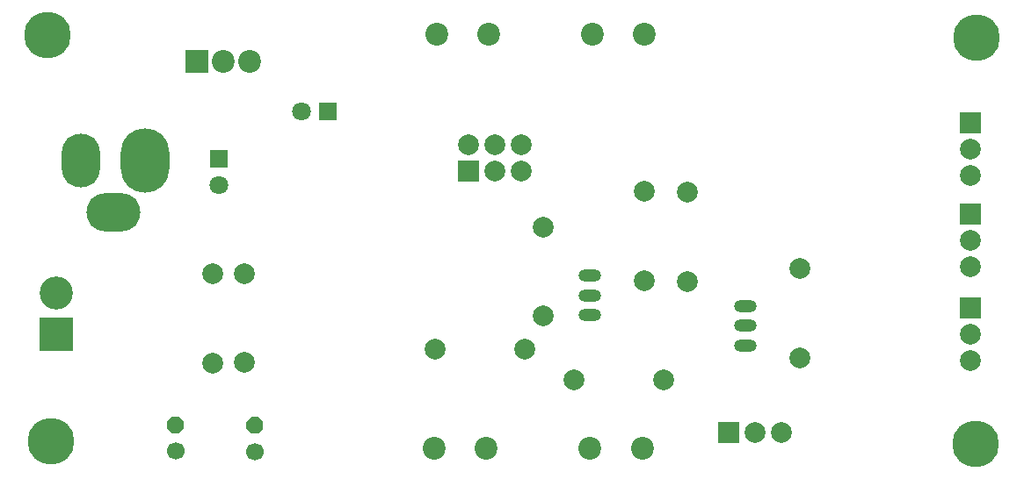
<source format=gbr>
G04 DipTrace 2.4.0.2*
%INBottomMask.gbr*%
%MOIN*%
%ADD25R,0.0709X0.0709*%
%ADD29C,0.0787*%
%ADD32C,0.0709*%
%ADD40R,0.0787X0.0787*%
%ADD41C,0.1772*%
%ADD51R,0.0866X0.0866*%
%ADD52C,0.126*%
%ADD54R,0.126X0.126*%
%ADD62O,0.0866X0.0472*%
%ADD66C,0.0866*%
%ADD67C,0.0669*%
%ADD73C,0.0787*%
%ADD75O,0.1457X0.2047*%
%ADD77O,0.2047X0.1457*%
%ADD79O,0.185X0.2441*%
%FSLAX44Y44*%
G04*
G70*
G90*
G75*
G01*
%LNBotMask*%
%LPD*%
D25*
X12486Y16838D3*
D32*
Y15838D3*
D25*
X16624Y18642D3*
D32*
X15624D3*
D79*
X9676Y16783D3*
D77*
X8495Y14815D3*
D75*
X7255Y16783D3*
D73*
X23962Y16386D3*
X22962D3*
D40*
X21962D3*
D73*
Y17386D3*
X22962D3*
X23962D3*
G36*
X14152Y6857D2*
Y6598D1*
X13969Y6415D1*
X13711D1*
X13528Y6598D1*
Y6857D1*
X13711Y7040D1*
X13969D1*
X14152Y6857D1*
G37*
D67*
X13840Y5727D3*
G36*
X11147Y6871D2*
Y6613D1*
X10964Y6430D1*
X10705D1*
X10522Y6613D1*
Y6871D1*
X10705Y7054D1*
X10964D1*
X11147Y6871D1*
G37*
D67*
X10834Y5742D3*
D66*
X20658Y5845D3*
X22627D3*
X26564D3*
X28533D3*
X20749Y21599D3*
X22718D3*
X26655D3*
X28623D3*
D40*
X31809Y6447D3*
D73*
X32809D3*
X33809D3*
D41*
X6111Y6120D3*
X5993Y21566D3*
X41214Y21442D3*
X41198Y6003D3*
D40*
X40987Y18212D3*
D73*
Y17212D3*
Y16212D3*
D40*
X40992Y11190D3*
D73*
Y10190D3*
Y9190D3*
D40*
X40985Y14741D3*
D73*
Y13741D3*
Y12741D3*
D62*
X26537Y10909D3*
Y11659D3*
Y12409D3*
X32433Y9757D3*
Y10507D3*
Y11257D3*
D29*
X20691Y9620D3*
X24084D3*
X24777Y10868D3*
Y14262D3*
X34500Y12691D3*
Y9297D3*
X28599Y12222D3*
Y15616D3*
X30239Y12195D3*
Y15588D3*
X25951Y8436D3*
X29345D3*
X13439Y12495D3*
Y9101D3*
X12232Y12492D3*
Y9098D3*
D54*
X6316Y10190D3*
D52*
Y11749D3*
D51*
X11656Y20536D3*
D66*
X12656D3*
X13656D3*
M02*

</source>
